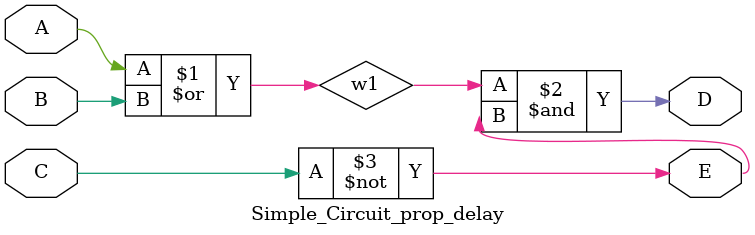
<source format=v>
module	Simple_Circuit_prop_delay(A, B, C, D, E);
	output	D, E;
	input	A, B, C;
	wire	w1;
	
	or	#(30) G1(w1, A, B); // and
	not	#(10) G2(E, C);
	and	#(20) G3(D, w1, E); // or
endmodule
</source>
